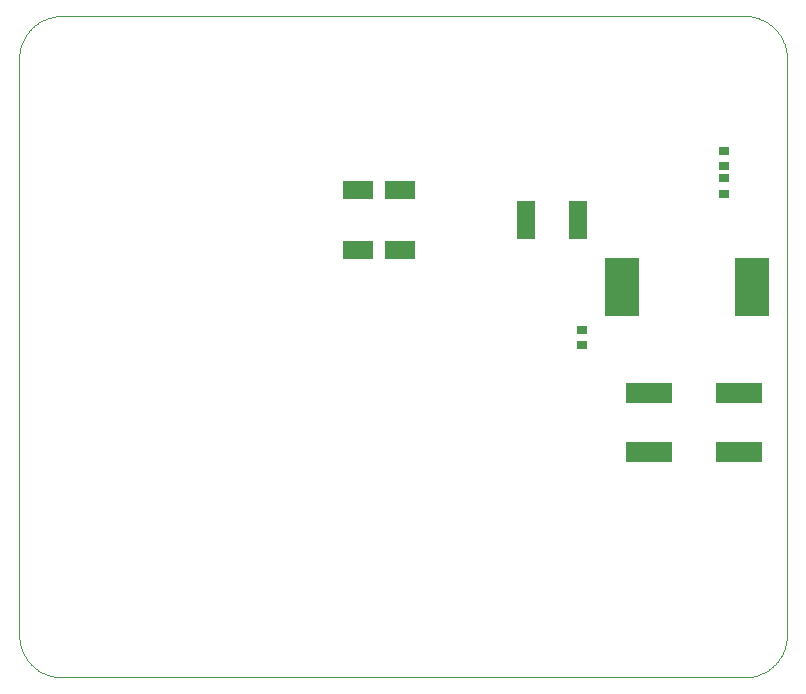
<source format=gtp>
G75*
%MOIN*%
%OFA0B0*%
%FSLAX25Y25*%
%IPPOS*%
%LPD*%
%AMOC8*
5,1,8,0,0,1.08239X$1,22.5*
%
%ADD10C,0.00000*%
%ADD11R,0.06102X0.12992*%
%ADD12R,0.10236X0.06299*%
%ADD13R,0.15748X0.07087*%
%ADD14R,0.11811X0.19685*%
%ADD15R,0.03543X0.02756*%
D10*
X0016773Y0004109D02*
X0244332Y0004109D01*
X0244674Y0004113D01*
X0245017Y0004126D01*
X0245359Y0004146D01*
X0245700Y0004175D01*
X0246040Y0004212D01*
X0246380Y0004258D01*
X0246718Y0004311D01*
X0247055Y0004373D01*
X0247390Y0004443D01*
X0247724Y0004521D01*
X0248055Y0004607D01*
X0248385Y0004701D01*
X0248712Y0004803D01*
X0249036Y0004912D01*
X0249358Y0005030D01*
X0249677Y0005155D01*
X0249992Y0005288D01*
X0250305Y0005429D01*
X0250613Y0005577D01*
X0250919Y0005732D01*
X0251220Y0005895D01*
X0251517Y0006065D01*
X0251810Y0006242D01*
X0252099Y0006427D01*
X0252383Y0006618D01*
X0252663Y0006816D01*
X0252937Y0007020D01*
X0253207Y0007232D01*
X0253471Y0007449D01*
X0253730Y0007673D01*
X0253984Y0007904D01*
X0254232Y0008140D01*
X0254474Y0008382D01*
X0254710Y0008630D01*
X0254941Y0008884D01*
X0255165Y0009143D01*
X0255382Y0009407D01*
X0255594Y0009677D01*
X0255798Y0009951D01*
X0255996Y0010231D01*
X0256187Y0010515D01*
X0256372Y0010804D01*
X0256549Y0011097D01*
X0256719Y0011394D01*
X0256882Y0011695D01*
X0257037Y0012001D01*
X0257185Y0012309D01*
X0257326Y0012622D01*
X0257459Y0012937D01*
X0257584Y0013256D01*
X0257702Y0013578D01*
X0257811Y0013902D01*
X0257913Y0014229D01*
X0258007Y0014559D01*
X0258093Y0014890D01*
X0258171Y0015224D01*
X0258241Y0015559D01*
X0258303Y0015896D01*
X0258356Y0016234D01*
X0258402Y0016574D01*
X0258439Y0016914D01*
X0258468Y0017255D01*
X0258488Y0017597D01*
X0258501Y0017940D01*
X0258505Y0018282D01*
X0258506Y0018282D02*
X0258506Y0210408D01*
X0258505Y0210408D02*
X0258501Y0210750D01*
X0258488Y0211093D01*
X0258468Y0211435D01*
X0258439Y0211776D01*
X0258402Y0212116D01*
X0258356Y0212456D01*
X0258303Y0212794D01*
X0258241Y0213131D01*
X0258171Y0213466D01*
X0258093Y0213800D01*
X0258007Y0214131D01*
X0257913Y0214461D01*
X0257811Y0214788D01*
X0257702Y0215112D01*
X0257584Y0215434D01*
X0257459Y0215753D01*
X0257326Y0216068D01*
X0257185Y0216381D01*
X0257037Y0216689D01*
X0256882Y0216995D01*
X0256719Y0217296D01*
X0256549Y0217593D01*
X0256372Y0217886D01*
X0256187Y0218175D01*
X0255996Y0218459D01*
X0255798Y0218739D01*
X0255594Y0219013D01*
X0255382Y0219283D01*
X0255165Y0219547D01*
X0254941Y0219806D01*
X0254710Y0220060D01*
X0254474Y0220308D01*
X0254232Y0220550D01*
X0253984Y0220786D01*
X0253730Y0221017D01*
X0253471Y0221241D01*
X0253207Y0221458D01*
X0252937Y0221670D01*
X0252663Y0221874D01*
X0252383Y0222072D01*
X0252099Y0222263D01*
X0251810Y0222448D01*
X0251517Y0222625D01*
X0251220Y0222795D01*
X0250919Y0222958D01*
X0250613Y0223113D01*
X0250305Y0223261D01*
X0249992Y0223402D01*
X0249677Y0223535D01*
X0249358Y0223660D01*
X0249036Y0223778D01*
X0248712Y0223887D01*
X0248385Y0223989D01*
X0248055Y0224083D01*
X0247724Y0224169D01*
X0247390Y0224247D01*
X0247055Y0224317D01*
X0246718Y0224379D01*
X0246380Y0224432D01*
X0246040Y0224478D01*
X0245700Y0224515D01*
X0245359Y0224544D01*
X0245017Y0224564D01*
X0244674Y0224577D01*
X0244332Y0224581D01*
X0016773Y0224581D01*
X0016431Y0224577D01*
X0016088Y0224564D01*
X0015746Y0224544D01*
X0015405Y0224515D01*
X0015065Y0224478D01*
X0014725Y0224432D01*
X0014387Y0224379D01*
X0014050Y0224317D01*
X0013715Y0224247D01*
X0013381Y0224169D01*
X0013050Y0224083D01*
X0012720Y0223989D01*
X0012393Y0223887D01*
X0012069Y0223778D01*
X0011747Y0223660D01*
X0011428Y0223535D01*
X0011113Y0223402D01*
X0010800Y0223261D01*
X0010492Y0223113D01*
X0010186Y0222958D01*
X0009885Y0222795D01*
X0009588Y0222625D01*
X0009295Y0222448D01*
X0009006Y0222263D01*
X0008722Y0222072D01*
X0008442Y0221874D01*
X0008168Y0221670D01*
X0007898Y0221458D01*
X0007634Y0221241D01*
X0007375Y0221017D01*
X0007121Y0220786D01*
X0006873Y0220550D01*
X0006631Y0220308D01*
X0006395Y0220060D01*
X0006164Y0219806D01*
X0005940Y0219547D01*
X0005723Y0219283D01*
X0005511Y0219013D01*
X0005307Y0218739D01*
X0005109Y0218459D01*
X0004918Y0218175D01*
X0004733Y0217886D01*
X0004556Y0217593D01*
X0004386Y0217296D01*
X0004223Y0216995D01*
X0004068Y0216689D01*
X0003920Y0216381D01*
X0003779Y0216068D01*
X0003646Y0215753D01*
X0003521Y0215434D01*
X0003403Y0215112D01*
X0003294Y0214788D01*
X0003192Y0214461D01*
X0003098Y0214131D01*
X0003012Y0213800D01*
X0002934Y0213466D01*
X0002864Y0213131D01*
X0002802Y0212794D01*
X0002749Y0212456D01*
X0002703Y0212116D01*
X0002666Y0211776D01*
X0002637Y0211435D01*
X0002617Y0211093D01*
X0002604Y0210750D01*
X0002600Y0210408D01*
X0002600Y0018282D01*
X0002604Y0017940D01*
X0002617Y0017597D01*
X0002637Y0017255D01*
X0002666Y0016914D01*
X0002703Y0016574D01*
X0002749Y0016234D01*
X0002802Y0015896D01*
X0002864Y0015559D01*
X0002934Y0015224D01*
X0003012Y0014890D01*
X0003098Y0014559D01*
X0003192Y0014229D01*
X0003294Y0013902D01*
X0003403Y0013578D01*
X0003521Y0013256D01*
X0003646Y0012937D01*
X0003779Y0012622D01*
X0003920Y0012309D01*
X0004068Y0012001D01*
X0004223Y0011695D01*
X0004386Y0011394D01*
X0004556Y0011097D01*
X0004733Y0010804D01*
X0004918Y0010515D01*
X0005109Y0010231D01*
X0005307Y0009951D01*
X0005511Y0009677D01*
X0005723Y0009407D01*
X0005940Y0009143D01*
X0006164Y0008884D01*
X0006395Y0008630D01*
X0006631Y0008382D01*
X0006873Y0008140D01*
X0007121Y0007904D01*
X0007375Y0007673D01*
X0007634Y0007449D01*
X0007898Y0007232D01*
X0008168Y0007020D01*
X0008442Y0006816D01*
X0008722Y0006618D01*
X0009006Y0006427D01*
X0009295Y0006242D01*
X0009588Y0006065D01*
X0009885Y0005895D01*
X0010186Y0005732D01*
X0010492Y0005577D01*
X0010800Y0005429D01*
X0011113Y0005288D01*
X0011428Y0005155D01*
X0011747Y0005030D01*
X0012069Y0004912D01*
X0012393Y0004803D01*
X0012720Y0004701D01*
X0013050Y0004607D01*
X0013381Y0004521D01*
X0013715Y0004443D01*
X0014050Y0004373D01*
X0014387Y0004311D01*
X0014725Y0004258D01*
X0015065Y0004212D01*
X0015405Y0004175D01*
X0015746Y0004146D01*
X0016088Y0004126D01*
X0016431Y0004113D01*
X0016773Y0004109D01*
D11*
X0171498Y0156609D03*
X0188702Y0156609D03*
D12*
X0129687Y0166609D03*
X0115513Y0166609D03*
X0115513Y0146609D03*
X0129687Y0146609D03*
D13*
X0212600Y0098951D03*
X0212600Y0079266D03*
X0242600Y0079266D03*
X0242600Y0098951D03*
D14*
X0246754Y0134109D03*
X0203446Y0134109D03*
D15*
X0190100Y0120093D03*
X0190100Y0114975D03*
X0237600Y0165369D03*
X0237600Y0170487D03*
X0237600Y0174581D03*
X0237600Y0179699D03*
M02*

</source>
